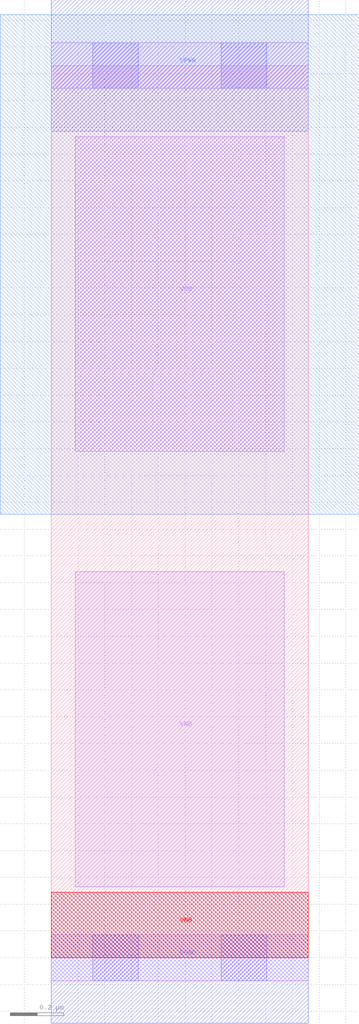
<source format=lef>
# Copyright 2020 The SkyWater PDK Authors
#
# Licensed under the Apache License, Version 2.0 (the "License");
# you may not use this file except in compliance with the License.
# You may obtain a copy of the License at
#
#     https://www.apache.org/licenses/LICENSE-2.0
#
# Unless required by applicable law or agreed to in writing, software
# distributed under the License is distributed on an "AS IS" BASIS,
# WITHOUT WARRANTIES OR CONDITIONS OF ANY KIND, either express or implied.
# See the License for the specific language governing permissions and
# limitations under the License.
#
# SPDX-License-Identifier: Apache-2.0

VERSION 5.7 ;
  NOWIREEXTENSIONATPIN ON ;
  DIVIDERCHAR "/" ;
  BUSBITCHARS "[]" ;
MACRO sky130_fd_sc_lp__tap_2
  CLASS CORE WELLTAP ;
  FOREIGN sky130_fd_sc_lp__tap_2 ;
  ORIGIN  0.000000  0.000000 ;
  SIZE  0.960000 BY  3.330000 ;
  SYMMETRY X Y R90 ;
  SITE unit ;
  PIN VGND
    DIRECTION INOUT ;
    USE GROUND ;
    PORT
      LAYER met1 ;
        RECT 0.000000 -0.245000 0.960000 0.245000 ;
    END
  END VGND
  PIN VNB
    DIRECTION INOUT ;
    USE GROUND ;
    PORT
      LAYER li1 ;
        RECT 0.090000 0.265000 0.870000 1.440000 ;
    END
    PORT
      LAYER pwell ;
        RECT 0.000000 0.000000 0.960000 0.245000 ;
    END
  END VNB
  PIN VPB
    DIRECTION INOUT ;
    USE POWER ;
    PORT
      LAYER li1 ;
        RECT 0.090000 1.890000 0.870000 3.065000 ;
    END
  END VPB
  PIN VPWR
    DIRECTION INOUT ;
    USE POWER ;
    PORT
      LAYER met1 ;
        RECT 0.000000 3.085000 0.960000 3.575000 ;
    END
  END VPWR
  OBS
    LAYER li1 ;
      RECT 0.000000 -0.085000 0.960000 0.085000 ;
      RECT 0.000000  3.245000 0.960000 3.415000 ;
    LAYER mcon ;
      RECT 0.155000 -0.085000 0.325000 0.085000 ;
      RECT 0.155000  3.245000 0.325000 3.415000 ;
      RECT 0.635000 -0.085000 0.805000 0.085000 ;
      RECT 0.635000  3.245000 0.805000 3.415000 ;
    LAYER nwell ;
      RECT -0.190000 1.655000 1.150000 3.520000 ;
  END
END sky130_fd_sc_lp__tap_2
END LIBRARY

</source>
